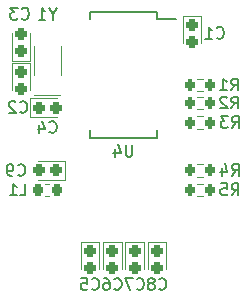
<source format=gbo>
G04 #@! TF.GenerationSoftware,KiCad,Pcbnew,7.0.7*
G04 #@! TF.CreationDate,2023-10-04T16:56:07-06:00*
G04 #@! TF.ProjectId,GigE_Module,47696745-5f4d-46f6-9475-6c652e6b6963,rev?*
G04 #@! TF.SameCoordinates,Original*
G04 #@! TF.FileFunction,Legend,Bot*
G04 #@! TF.FilePolarity,Positive*
%FSLAX46Y46*%
G04 Gerber Fmt 4.6, Leading zero omitted, Abs format (unit mm)*
G04 Created by KiCad (PCBNEW 7.0.7) date 2023-10-04 16:56:07*
%MOMM*%
%LPD*%
G01*
G04 APERTURE LIST*
G04 Aperture macros list*
%AMRoundRect*
0 Rectangle with rounded corners*
0 $1 Rounding radius*
0 $2 $3 $4 $5 $6 $7 $8 $9 X,Y pos of 4 corners*
0 Add a 4 corners polygon primitive as box body*
4,1,4,$2,$3,$4,$5,$6,$7,$8,$9,$2,$3,0*
0 Add four circle primitives for the rounded corners*
1,1,$1+$1,$2,$3*
1,1,$1+$1,$4,$5*
1,1,$1+$1,$6,$7*
1,1,$1+$1,$8,$9*
0 Add four rect primitives between the rounded corners*
20,1,$1+$1,$2,$3,$4,$5,0*
20,1,$1+$1,$4,$5,$6,$7,0*
20,1,$1+$1,$6,$7,$8,$9,0*
20,1,$1+$1,$8,$9,$2,$3,0*%
G04 Aperture macros list end*
%ADD10C,0.150000*%
%ADD11C,0.120000*%
%ADD12C,3.250000*%
%ADD13R,1.500000X1.500000*%
%ADD14C,1.500000*%
%ADD15C,2.300000*%
%ADD16R,1.350000X1.350000*%
%ADD17O,1.350000X1.350000*%
%ADD18RoundRect,0.200000X0.200000X0.275000X-0.200000X0.275000X-0.200000X-0.275000X0.200000X-0.275000X0*%
%ADD19R,1.750000X0.450000*%
%ADD20RoundRect,0.250000X-0.275000X0.287500X-0.275000X-0.287500X0.275000X-0.287500X0.275000X0.287500X0*%
%ADD21RoundRect,0.250000X0.275000X-0.287500X0.275000X0.287500X-0.275000X0.287500X-0.275000X-0.287500X0*%
%ADD22RoundRect,0.218750X-0.218750X-0.256250X0.218750X-0.256250X0.218750X0.256250X-0.218750X0.256250X0*%
%ADD23RoundRect,0.200000X-0.200000X-0.275000X0.200000X-0.275000X0.200000X0.275000X-0.200000X0.275000X0*%
%ADD24R,2.200000X1.300000*%
%ADD25RoundRect,0.250000X-0.287500X-0.275000X0.287500X-0.275000X0.287500X0.275000X-0.287500X0.275000X0*%
%ADD26RoundRect,0.250000X0.287500X0.275000X-0.287500X0.275000X-0.287500X-0.275000X0.287500X-0.275000X0*%
G04 APERTURE END LIST*
D10*
X153913666Y-91779819D02*
X154246999Y-91303628D01*
X154485094Y-91779819D02*
X154485094Y-90779819D01*
X154485094Y-90779819D02*
X154104142Y-90779819D01*
X154104142Y-90779819D02*
X154008904Y-90827438D01*
X154008904Y-90827438D02*
X153961285Y-90875057D01*
X153961285Y-90875057D02*
X153913666Y-90970295D01*
X153913666Y-90970295D02*
X153913666Y-91113152D01*
X153913666Y-91113152D02*
X153961285Y-91208390D01*
X153961285Y-91208390D02*
X154008904Y-91256009D01*
X154008904Y-91256009D02*
X154104142Y-91303628D01*
X154104142Y-91303628D02*
X154485094Y-91303628D01*
X153532713Y-90875057D02*
X153485094Y-90827438D01*
X153485094Y-90827438D02*
X153389856Y-90779819D01*
X153389856Y-90779819D02*
X153151761Y-90779819D01*
X153151761Y-90779819D02*
X153056523Y-90827438D01*
X153056523Y-90827438D02*
X153008904Y-90875057D01*
X153008904Y-90875057D02*
X152961285Y-90970295D01*
X152961285Y-90970295D02*
X152961285Y-91065533D01*
X152961285Y-91065533D02*
X153008904Y-91208390D01*
X153008904Y-91208390D02*
X153580332Y-91779819D01*
X153580332Y-91779819D02*
X152961285Y-91779819D01*
X145531904Y-94854819D02*
X145531904Y-95664342D01*
X145531904Y-95664342D02*
X145484285Y-95759580D01*
X145484285Y-95759580D02*
X145436666Y-95807200D01*
X145436666Y-95807200D02*
X145341428Y-95854819D01*
X145341428Y-95854819D02*
X145150952Y-95854819D01*
X145150952Y-95854819D02*
X145055714Y-95807200D01*
X145055714Y-95807200D02*
X145008095Y-95759580D01*
X145008095Y-95759580D02*
X144960476Y-95664342D01*
X144960476Y-95664342D02*
X144960476Y-94854819D01*
X144055714Y-95188152D02*
X144055714Y-95854819D01*
X144293809Y-94807200D02*
X144531904Y-95521485D01*
X144531904Y-95521485D02*
X143912857Y-95521485D01*
X145886666Y-107054580D02*
X145934285Y-107102200D01*
X145934285Y-107102200D02*
X146077142Y-107149819D01*
X146077142Y-107149819D02*
X146172380Y-107149819D01*
X146172380Y-107149819D02*
X146315237Y-107102200D01*
X146315237Y-107102200D02*
X146410475Y-107006961D01*
X146410475Y-107006961D02*
X146458094Y-106911723D01*
X146458094Y-106911723D02*
X146505713Y-106721247D01*
X146505713Y-106721247D02*
X146505713Y-106578390D01*
X146505713Y-106578390D02*
X146458094Y-106387914D01*
X146458094Y-106387914D02*
X146410475Y-106292676D01*
X146410475Y-106292676D02*
X146315237Y-106197438D01*
X146315237Y-106197438D02*
X146172380Y-106149819D01*
X146172380Y-106149819D02*
X146077142Y-106149819D01*
X146077142Y-106149819D02*
X145934285Y-106197438D01*
X145934285Y-106197438D02*
X145886666Y-106245057D01*
X145553332Y-106149819D02*
X144886666Y-106149819D01*
X144886666Y-106149819D02*
X145315237Y-107149819D01*
X143986666Y-107059580D02*
X144034285Y-107107200D01*
X144034285Y-107107200D02*
X144177142Y-107154819D01*
X144177142Y-107154819D02*
X144272380Y-107154819D01*
X144272380Y-107154819D02*
X144415237Y-107107200D01*
X144415237Y-107107200D02*
X144510475Y-107011961D01*
X144510475Y-107011961D02*
X144558094Y-106916723D01*
X144558094Y-106916723D02*
X144605713Y-106726247D01*
X144605713Y-106726247D02*
X144605713Y-106583390D01*
X144605713Y-106583390D02*
X144558094Y-106392914D01*
X144558094Y-106392914D02*
X144510475Y-106297676D01*
X144510475Y-106297676D02*
X144415237Y-106202438D01*
X144415237Y-106202438D02*
X144272380Y-106154819D01*
X144272380Y-106154819D02*
X144177142Y-106154819D01*
X144177142Y-106154819D02*
X144034285Y-106202438D01*
X144034285Y-106202438D02*
X143986666Y-106250057D01*
X143129523Y-106154819D02*
X143319999Y-106154819D01*
X143319999Y-106154819D02*
X143415237Y-106202438D01*
X143415237Y-106202438D02*
X143462856Y-106250057D01*
X143462856Y-106250057D02*
X143558094Y-106392914D01*
X143558094Y-106392914D02*
X143605713Y-106583390D01*
X143605713Y-106583390D02*
X143605713Y-106964342D01*
X143605713Y-106964342D02*
X143558094Y-107059580D01*
X143558094Y-107059580D02*
X143510475Y-107107200D01*
X143510475Y-107107200D02*
X143415237Y-107154819D01*
X143415237Y-107154819D02*
X143224761Y-107154819D01*
X143224761Y-107154819D02*
X143129523Y-107107200D01*
X143129523Y-107107200D02*
X143081904Y-107059580D01*
X143081904Y-107059580D02*
X143034285Y-106964342D01*
X143034285Y-106964342D02*
X143034285Y-106726247D01*
X143034285Y-106726247D02*
X143081904Y-106631009D01*
X143081904Y-106631009D02*
X143129523Y-106583390D01*
X143129523Y-106583390D02*
X143224761Y-106535771D01*
X143224761Y-106535771D02*
X143415237Y-106535771D01*
X143415237Y-106535771D02*
X143510475Y-106583390D01*
X143510475Y-106583390D02*
X143558094Y-106631009D01*
X143558094Y-106631009D02*
X143605713Y-106726247D01*
X153936666Y-99134819D02*
X154269999Y-98658628D01*
X154508094Y-99134819D02*
X154508094Y-98134819D01*
X154508094Y-98134819D02*
X154127142Y-98134819D01*
X154127142Y-98134819D02*
X154031904Y-98182438D01*
X154031904Y-98182438D02*
X153984285Y-98230057D01*
X153984285Y-98230057D02*
X153936666Y-98325295D01*
X153936666Y-98325295D02*
X153936666Y-98468152D01*
X153936666Y-98468152D02*
X153984285Y-98563390D01*
X153984285Y-98563390D02*
X154031904Y-98611009D01*
X154031904Y-98611009D02*
X154127142Y-98658628D01*
X154127142Y-98658628D02*
X154508094Y-98658628D01*
X153031904Y-98134819D02*
X153508094Y-98134819D01*
X153508094Y-98134819D02*
X153555713Y-98611009D01*
X153555713Y-98611009D02*
X153508094Y-98563390D01*
X153508094Y-98563390D02*
X153412856Y-98515771D01*
X153412856Y-98515771D02*
X153174761Y-98515771D01*
X153174761Y-98515771D02*
X153079523Y-98563390D01*
X153079523Y-98563390D02*
X153031904Y-98611009D01*
X153031904Y-98611009D02*
X152984285Y-98706247D01*
X152984285Y-98706247D02*
X152984285Y-98944342D01*
X152984285Y-98944342D02*
X153031904Y-99039580D01*
X153031904Y-99039580D02*
X153079523Y-99087200D01*
X153079523Y-99087200D02*
X153174761Y-99134819D01*
X153174761Y-99134819D02*
X153412856Y-99134819D01*
X153412856Y-99134819D02*
X153508094Y-99087200D01*
X153508094Y-99087200D02*
X153555713Y-99039580D01*
X136146666Y-84159580D02*
X136194285Y-84207200D01*
X136194285Y-84207200D02*
X136337142Y-84254819D01*
X136337142Y-84254819D02*
X136432380Y-84254819D01*
X136432380Y-84254819D02*
X136575237Y-84207200D01*
X136575237Y-84207200D02*
X136670475Y-84111961D01*
X136670475Y-84111961D02*
X136718094Y-84016723D01*
X136718094Y-84016723D02*
X136765713Y-83826247D01*
X136765713Y-83826247D02*
X136765713Y-83683390D01*
X136765713Y-83683390D02*
X136718094Y-83492914D01*
X136718094Y-83492914D02*
X136670475Y-83397676D01*
X136670475Y-83397676D02*
X136575237Y-83302438D01*
X136575237Y-83302438D02*
X136432380Y-83254819D01*
X136432380Y-83254819D02*
X136337142Y-83254819D01*
X136337142Y-83254819D02*
X136194285Y-83302438D01*
X136194285Y-83302438D02*
X136146666Y-83350057D01*
X135813332Y-83254819D02*
X135194285Y-83254819D01*
X135194285Y-83254819D02*
X135527618Y-83635771D01*
X135527618Y-83635771D02*
X135384761Y-83635771D01*
X135384761Y-83635771D02*
X135289523Y-83683390D01*
X135289523Y-83683390D02*
X135241904Y-83731009D01*
X135241904Y-83731009D02*
X135194285Y-83826247D01*
X135194285Y-83826247D02*
X135194285Y-84064342D01*
X135194285Y-84064342D02*
X135241904Y-84159580D01*
X135241904Y-84159580D02*
X135289523Y-84207200D01*
X135289523Y-84207200D02*
X135384761Y-84254819D01*
X135384761Y-84254819D02*
X135670475Y-84254819D01*
X135670475Y-84254819D02*
X135765713Y-84207200D01*
X135765713Y-84207200D02*
X135813332Y-84159580D01*
X135999166Y-99137819D02*
X136475356Y-99137819D01*
X136475356Y-99137819D02*
X136475356Y-98137819D01*
X135142023Y-99137819D02*
X135713451Y-99137819D01*
X135427737Y-99137819D02*
X135427737Y-98137819D01*
X135427737Y-98137819D02*
X135522975Y-98280676D01*
X135522975Y-98280676D02*
X135618213Y-98375914D01*
X135618213Y-98375914D02*
X135713451Y-98423533D01*
X147786666Y-107059580D02*
X147834285Y-107107200D01*
X147834285Y-107107200D02*
X147977142Y-107154819D01*
X147977142Y-107154819D02*
X148072380Y-107154819D01*
X148072380Y-107154819D02*
X148215237Y-107107200D01*
X148215237Y-107107200D02*
X148310475Y-107011961D01*
X148310475Y-107011961D02*
X148358094Y-106916723D01*
X148358094Y-106916723D02*
X148405713Y-106726247D01*
X148405713Y-106726247D02*
X148405713Y-106583390D01*
X148405713Y-106583390D02*
X148358094Y-106392914D01*
X148358094Y-106392914D02*
X148310475Y-106297676D01*
X148310475Y-106297676D02*
X148215237Y-106202438D01*
X148215237Y-106202438D02*
X148072380Y-106154819D01*
X148072380Y-106154819D02*
X147977142Y-106154819D01*
X147977142Y-106154819D02*
X147834285Y-106202438D01*
X147834285Y-106202438D02*
X147786666Y-106250057D01*
X147215237Y-106583390D02*
X147310475Y-106535771D01*
X147310475Y-106535771D02*
X147358094Y-106488152D01*
X147358094Y-106488152D02*
X147405713Y-106392914D01*
X147405713Y-106392914D02*
X147405713Y-106345295D01*
X147405713Y-106345295D02*
X147358094Y-106250057D01*
X147358094Y-106250057D02*
X147310475Y-106202438D01*
X147310475Y-106202438D02*
X147215237Y-106154819D01*
X147215237Y-106154819D02*
X147024761Y-106154819D01*
X147024761Y-106154819D02*
X146929523Y-106202438D01*
X146929523Y-106202438D02*
X146881904Y-106250057D01*
X146881904Y-106250057D02*
X146834285Y-106345295D01*
X146834285Y-106345295D02*
X146834285Y-106392914D01*
X146834285Y-106392914D02*
X146881904Y-106488152D01*
X146881904Y-106488152D02*
X146929523Y-106535771D01*
X146929523Y-106535771D02*
X147024761Y-106583390D01*
X147024761Y-106583390D02*
X147215237Y-106583390D01*
X147215237Y-106583390D02*
X147310475Y-106631009D01*
X147310475Y-106631009D02*
X147358094Y-106678628D01*
X147358094Y-106678628D02*
X147405713Y-106773866D01*
X147405713Y-106773866D02*
X147405713Y-106964342D01*
X147405713Y-106964342D02*
X147358094Y-107059580D01*
X147358094Y-107059580D02*
X147310475Y-107107200D01*
X147310475Y-107107200D02*
X147215237Y-107154819D01*
X147215237Y-107154819D02*
X147024761Y-107154819D01*
X147024761Y-107154819D02*
X146929523Y-107107200D01*
X146929523Y-107107200D02*
X146881904Y-107059580D01*
X146881904Y-107059580D02*
X146834285Y-106964342D01*
X146834285Y-106964342D02*
X146834285Y-106773866D01*
X146834285Y-106773866D02*
X146881904Y-106678628D01*
X146881904Y-106678628D02*
X146929523Y-106631009D01*
X146929523Y-106631009D02*
X147024761Y-106583390D01*
X153956666Y-97480819D02*
X154289999Y-97004628D01*
X154528094Y-97480819D02*
X154528094Y-96480819D01*
X154528094Y-96480819D02*
X154147142Y-96480819D01*
X154147142Y-96480819D02*
X154051904Y-96528438D01*
X154051904Y-96528438D02*
X154004285Y-96576057D01*
X154004285Y-96576057D02*
X153956666Y-96671295D01*
X153956666Y-96671295D02*
X153956666Y-96814152D01*
X153956666Y-96814152D02*
X154004285Y-96909390D01*
X154004285Y-96909390D02*
X154051904Y-96957009D01*
X154051904Y-96957009D02*
X154147142Y-97004628D01*
X154147142Y-97004628D02*
X154528094Y-97004628D01*
X153099523Y-96814152D02*
X153099523Y-97480819D01*
X153337618Y-96433200D02*
X153575713Y-97147485D01*
X153575713Y-97147485D02*
X152956666Y-97147485D01*
X136006666Y-92069580D02*
X136054285Y-92117200D01*
X136054285Y-92117200D02*
X136197142Y-92164819D01*
X136197142Y-92164819D02*
X136292380Y-92164819D01*
X136292380Y-92164819D02*
X136435237Y-92117200D01*
X136435237Y-92117200D02*
X136530475Y-92021961D01*
X136530475Y-92021961D02*
X136578094Y-91926723D01*
X136578094Y-91926723D02*
X136625713Y-91736247D01*
X136625713Y-91736247D02*
X136625713Y-91593390D01*
X136625713Y-91593390D02*
X136578094Y-91402914D01*
X136578094Y-91402914D02*
X136530475Y-91307676D01*
X136530475Y-91307676D02*
X136435237Y-91212438D01*
X136435237Y-91212438D02*
X136292380Y-91164819D01*
X136292380Y-91164819D02*
X136197142Y-91164819D01*
X136197142Y-91164819D02*
X136054285Y-91212438D01*
X136054285Y-91212438D02*
X136006666Y-91260057D01*
X135625713Y-91260057D02*
X135578094Y-91212438D01*
X135578094Y-91212438D02*
X135482856Y-91164819D01*
X135482856Y-91164819D02*
X135244761Y-91164819D01*
X135244761Y-91164819D02*
X135149523Y-91212438D01*
X135149523Y-91212438D02*
X135101904Y-91260057D01*
X135101904Y-91260057D02*
X135054285Y-91355295D01*
X135054285Y-91355295D02*
X135054285Y-91450533D01*
X135054285Y-91450533D02*
X135101904Y-91593390D01*
X135101904Y-91593390D02*
X135673332Y-92164819D01*
X135673332Y-92164819D02*
X135054285Y-92164819D01*
X153888666Y-90254819D02*
X154221999Y-89778628D01*
X154460094Y-90254819D02*
X154460094Y-89254819D01*
X154460094Y-89254819D02*
X154079142Y-89254819D01*
X154079142Y-89254819D02*
X153983904Y-89302438D01*
X153983904Y-89302438D02*
X153936285Y-89350057D01*
X153936285Y-89350057D02*
X153888666Y-89445295D01*
X153888666Y-89445295D02*
X153888666Y-89588152D01*
X153888666Y-89588152D02*
X153936285Y-89683390D01*
X153936285Y-89683390D02*
X153983904Y-89731009D01*
X153983904Y-89731009D02*
X154079142Y-89778628D01*
X154079142Y-89778628D02*
X154460094Y-89778628D01*
X152936285Y-90254819D02*
X153507713Y-90254819D01*
X153221999Y-90254819D02*
X153221999Y-89254819D01*
X153221999Y-89254819D02*
X153317237Y-89397676D01*
X153317237Y-89397676D02*
X153412475Y-89492914D01*
X153412475Y-89492914D02*
X153507713Y-89540533D01*
X138786190Y-83778628D02*
X138786190Y-84254819D01*
X139119523Y-83254819D02*
X138786190Y-83778628D01*
X138786190Y-83778628D02*
X138452857Y-83254819D01*
X137595714Y-84254819D02*
X138167142Y-84254819D01*
X137881428Y-84254819D02*
X137881428Y-83254819D01*
X137881428Y-83254819D02*
X137976666Y-83397676D01*
X137976666Y-83397676D02*
X138071904Y-83492914D01*
X138071904Y-83492914D02*
X138167142Y-83540533D01*
X138496666Y-93759580D02*
X138544285Y-93807200D01*
X138544285Y-93807200D02*
X138687142Y-93854819D01*
X138687142Y-93854819D02*
X138782380Y-93854819D01*
X138782380Y-93854819D02*
X138925237Y-93807200D01*
X138925237Y-93807200D02*
X139020475Y-93711961D01*
X139020475Y-93711961D02*
X139068094Y-93616723D01*
X139068094Y-93616723D02*
X139115713Y-93426247D01*
X139115713Y-93426247D02*
X139115713Y-93283390D01*
X139115713Y-93283390D02*
X139068094Y-93092914D01*
X139068094Y-93092914D02*
X139020475Y-92997676D01*
X139020475Y-92997676D02*
X138925237Y-92902438D01*
X138925237Y-92902438D02*
X138782380Y-92854819D01*
X138782380Y-92854819D02*
X138687142Y-92854819D01*
X138687142Y-92854819D02*
X138544285Y-92902438D01*
X138544285Y-92902438D02*
X138496666Y-92950057D01*
X137639523Y-93188152D02*
X137639523Y-93854819D01*
X137877618Y-92807200D02*
X138115713Y-93521485D01*
X138115713Y-93521485D02*
X137496666Y-93521485D01*
X142086666Y-107059580D02*
X142134285Y-107107200D01*
X142134285Y-107107200D02*
X142277142Y-107154819D01*
X142277142Y-107154819D02*
X142372380Y-107154819D01*
X142372380Y-107154819D02*
X142515237Y-107107200D01*
X142515237Y-107107200D02*
X142610475Y-107011961D01*
X142610475Y-107011961D02*
X142658094Y-106916723D01*
X142658094Y-106916723D02*
X142705713Y-106726247D01*
X142705713Y-106726247D02*
X142705713Y-106583390D01*
X142705713Y-106583390D02*
X142658094Y-106392914D01*
X142658094Y-106392914D02*
X142610475Y-106297676D01*
X142610475Y-106297676D02*
X142515237Y-106202438D01*
X142515237Y-106202438D02*
X142372380Y-106154819D01*
X142372380Y-106154819D02*
X142277142Y-106154819D01*
X142277142Y-106154819D02*
X142134285Y-106202438D01*
X142134285Y-106202438D02*
X142086666Y-106250057D01*
X141181904Y-106154819D02*
X141658094Y-106154819D01*
X141658094Y-106154819D02*
X141705713Y-106631009D01*
X141705713Y-106631009D02*
X141658094Y-106583390D01*
X141658094Y-106583390D02*
X141562856Y-106535771D01*
X141562856Y-106535771D02*
X141324761Y-106535771D01*
X141324761Y-106535771D02*
X141229523Y-106583390D01*
X141229523Y-106583390D02*
X141181904Y-106631009D01*
X141181904Y-106631009D02*
X141134285Y-106726247D01*
X141134285Y-106726247D02*
X141134285Y-106964342D01*
X141134285Y-106964342D02*
X141181904Y-107059580D01*
X141181904Y-107059580D02*
X141229523Y-107107200D01*
X141229523Y-107107200D02*
X141324761Y-107154819D01*
X141324761Y-107154819D02*
X141562856Y-107154819D01*
X141562856Y-107154819D02*
X141658094Y-107107200D01*
X141658094Y-107107200D02*
X141705713Y-107059580D01*
X152648666Y-85779580D02*
X152696285Y-85827200D01*
X152696285Y-85827200D02*
X152839142Y-85874819D01*
X152839142Y-85874819D02*
X152934380Y-85874819D01*
X152934380Y-85874819D02*
X153077237Y-85827200D01*
X153077237Y-85827200D02*
X153172475Y-85731961D01*
X153172475Y-85731961D02*
X153220094Y-85636723D01*
X153220094Y-85636723D02*
X153267713Y-85446247D01*
X153267713Y-85446247D02*
X153267713Y-85303390D01*
X153267713Y-85303390D02*
X153220094Y-85112914D01*
X153220094Y-85112914D02*
X153172475Y-85017676D01*
X153172475Y-85017676D02*
X153077237Y-84922438D01*
X153077237Y-84922438D02*
X152934380Y-84874819D01*
X152934380Y-84874819D02*
X152839142Y-84874819D01*
X152839142Y-84874819D02*
X152696285Y-84922438D01*
X152696285Y-84922438D02*
X152648666Y-84970057D01*
X151696285Y-85874819D02*
X152267713Y-85874819D01*
X151981999Y-85874819D02*
X151981999Y-84874819D01*
X151981999Y-84874819D02*
X152077237Y-85017676D01*
X152077237Y-85017676D02*
X152172475Y-85112914D01*
X152172475Y-85112914D02*
X152267713Y-85160533D01*
X135839166Y-97389580D02*
X135886785Y-97437200D01*
X135886785Y-97437200D02*
X136029642Y-97484819D01*
X136029642Y-97484819D02*
X136124880Y-97484819D01*
X136124880Y-97484819D02*
X136267737Y-97437200D01*
X136267737Y-97437200D02*
X136362975Y-97341961D01*
X136362975Y-97341961D02*
X136410594Y-97246723D01*
X136410594Y-97246723D02*
X136458213Y-97056247D01*
X136458213Y-97056247D02*
X136458213Y-96913390D01*
X136458213Y-96913390D02*
X136410594Y-96722914D01*
X136410594Y-96722914D02*
X136362975Y-96627676D01*
X136362975Y-96627676D02*
X136267737Y-96532438D01*
X136267737Y-96532438D02*
X136124880Y-96484819D01*
X136124880Y-96484819D02*
X136029642Y-96484819D01*
X136029642Y-96484819D02*
X135886785Y-96532438D01*
X135886785Y-96532438D02*
X135839166Y-96580057D01*
X135362975Y-97484819D02*
X135172499Y-97484819D01*
X135172499Y-97484819D02*
X135077261Y-97437200D01*
X135077261Y-97437200D02*
X135029642Y-97389580D01*
X135029642Y-97389580D02*
X134934404Y-97246723D01*
X134934404Y-97246723D02*
X134886785Y-97056247D01*
X134886785Y-97056247D02*
X134886785Y-96675295D01*
X134886785Y-96675295D02*
X134934404Y-96580057D01*
X134934404Y-96580057D02*
X134982023Y-96532438D01*
X134982023Y-96532438D02*
X135077261Y-96484819D01*
X135077261Y-96484819D02*
X135267737Y-96484819D01*
X135267737Y-96484819D02*
X135362975Y-96532438D01*
X135362975Y-96532438D02*
X135410594Y-96580057D01*
X135410594Y-96580057D02*
X135458213Y-96675295D01*
X135458213Y-96675295D02*
X135458213Y-96913390D01*
X135458213Y-96913390D02*
X135410594Y-97008628D01*
X135410594Y-97008628D02*
X135362975Y-97056247D01*
X135362975Y-97056247D02*
X135267737Y-97103866D01*
X135267737Y-97103866D02*
X135077261Y-97103866D01*
X135077261Y-97103866D02*
X134982023Y-97056247D01*
X134982023Y-97056247D02*
X134934404Y-97008628D01*
X134934404Y-97008628D02*
X134886785Y-96913390D01*
X153938666Y-93429819D02*
X154271999Y-92953628D01*
X154510094Y-93429819D02*
X154510094Y-92429819D01*
X154510094Y-92429819D02*
X154129142Y-92429819D01*
X154129142Y-92429819D02*
X154033904Y-92477438D01*
X154033904Y-92477438D02*
X153986285Y-92525057D01*
X153986285Y-92525057D02*
X153938666Y-92620295D01*
X153938666Y-92620295D02*
X153938666Y-92763152D01*
X153938666Y-92763152D02*
X153986285Y-92858390D01*
X153986285Y-92858390D02*
X154033904Y-92906009D01*
X154033904Y-92906009D02*
X154129142Y-92953628D01*
X154129142Y-92953628D02*
X154510094Y-92953628D01*
X153605332Y-92429819D02*
X152986285Y-92429819D01*
X152986285Y-92429819D02*
X153319618Y-92810771D01*
X153319618Y-92810771D02*
X153176761Y-92810771D01*
X153176761Y-92810771D02*
X153081523Y-92858390D01*
X153081523Y-92858390D02*
X153033904Y-92906009D01*
X153033904Y-92906009D02*
X152986285Y-93001247D01*
X152986285Y-93001247D02*
X152986285Y-93239342D01*
X152986285Y-93239342D02*
X153033904Y-93334580D01*
X153033904Y-93334580D02*
X153081523Y-93382200D01*
X153081523Y-93382200D02*
X153176761Y-93429819D01*
X153176761Y-93429819D02*
X153462475Y-93429819D01*
X153462475Y-93429819D02*
X153557713Y-93382200D01*
X153557713Y-93382200D02*
X153605332Y-93334580D01*
D11*
X151484258Y-91847500D02*
X151009742Y-91847500D01*
X151484258Y-90802500D02*
X151009742Y-90802500D01*
D10*
X147647000Y-94250000D02*
X147647000Y-93600000D01*
X147647000Y-94250000D02*
X141897000Y-94250000D01*
X147647000Y-84175000D02*
X149247000Y-84175000D01*
X147647000Y-83600000D02*
X147647000Y-84175000D01*
X147647000Y-83600000D02*
X141897000Y-83600000D01*
X141897000Y-94250000D02*
X141897000Y-93600000D01*
X141897000Y-83600000D02*
X141897000Y-84250000D01*
D11*
X146505000Y-103050000D02*
X146505000Y-105360000D01*
X144935000Y-103050000D02*
X146505000Y-103050000D01*
X144935000Y-105360000D02*
X144935000Y-103050000D01*
X144605000Y-103050000D02*
X144605000Y-105360000D01*
X143035000Y-103050000D02*
X144605000Y-103050000D01*
X143035000Y-105360000D02*
X143035000Y-103050000D01*
X151477258Y-99202500D02*
X151002742Y-99202500D01*
X151477258Y-98157500D02*
X151002742Y-98157500D01*
X135295000Y-87737500D02*
X135295000Y-85427500D01*
X136865000Y-87737500D02*
X135295000Y-87737500D01*
X136865000Y-85427500D02*
X136865000Y-87737500D01*
X138159721Y-98174000D02*
X138485279Y-98174000D01*
X138159721Y-99194000D02*
X138485279Y-99194000D01*
X148405000Y-103050000D02*
X148405000Y-105360000D01*
X146835000Y-103050000D02*
X148405000Y-103050000D01*
X146835000Y-105360000D02*
X146835000Y-103050000D01*
X151012742Y-96507500D02*
X151487258Y-96507500D01*
X151012742Y-97552500D02*
X151487258Y-97552500D01*
X136865000Y-87912500D02*
X136865000Y-90222500D01*
X135295000Y-87912500D02*
X136865000Y-87912500D01*
X135295000Y-90222500D02*
X135295000Y-87912500D01*
X151484258Y-90322500D02*
X151009742Y-90322500D01*
X151484258Y-89277500D02*
X151009742Y-89277500D01*
X139412000Y-90675000D02*
X137212000Y-90675000D01*
X137162000Y-88975000D02*
X137162000Y-86475000D01*
X139462000Y-88975000D02*
X139462000Y-86475000D01*
X136824500Y-90925000D02*
X139134500Y-90925000D01*
X136824500Y-92495000D02*
X136824500Y-90925000D01*
X139134500Y-92495000D02*
X136824500Y-92495000D01*
X142705000Y-103050000D02*
X142705000Y-105360000D01*
X141135000Y-103050000D02*
X142705000Y-103050000D01*
X141135000Y-105360000D02*
X141135000Y-103050000D01*
X151357000Y-83915000D02*
X151357000Y-86225000D01*
X149787000Y-83915000D02*
X151357000Y-83915000D01*
X149787000Y-86225000D02*
X149787000Y-83915000D01*
X139855000Y-97815000D02*
X137545000Y-97815000D01*
X139855000Y-96245000D02*
X139855000Y-97815000D01*
X137545000Y-96245000D02*
X139855000Y-96245000D01*
X151009742Y-92452500D02*
X151484258Y-92452500D01*
X151009742Y-93497500D02*
X151484258Y-93497500D01*
%LPC*%
D12*
X151060000Y-104350000D03*
X138360000Y-104350000D03*
D13*
X148270000Y-101810000D03*
D14*
X147254000Y-100030000D03*
X146238000Y-101810000D03*
X145222000Y-100030000D03*
X144206000Y-101810000D03*
X143190000Y-100030000D03*
X142174000Y-101810000D03*
X141158000Y-100030000D03*
X151570000Y-95210000D03*
X149280000Y-95210000D03*
X140140000Y-95210000D03*
X137850000Y-95210000D03*
D15*
X152840000Y-100920000D03*
X136580000Y-100920000D03*
D16*
X155772000Y-86025000D03*
D17*
X155772000Y-88025000D03*
X155772000Y-90025000D03*
X155772000Y-92025000D03*
X155772000Y-94025000D03*
X155772000Y-96025000D03*
X155772000Y-98025000D03*
X155772000Y-100025000D03*
X155772000Y-102025000D03*
X155772000Y-104025000D03*
D16*
X133772000Y-86025000D03*
D17*
X133772000Y-88025000D03*
X133772000Y-90025000D03*
X133772000Y-92025000D03*
X133772000Y-94025000D03*
X133772000Y-96025000D03*
X133772000Y-98025000D03*
X133772000Y-100025000D03*
X133772000Y-102025000D03*
X133772000Y-104025000D03*
D18*
X152072000Y-91325000D03*
X150422000Y-91325000D03*
D19*
X148372000Y-84700000D03*
X148372000Y-85350000D03*
X148372000Y-86000000D03*
X148372000Y-86650000D03*
X148372000Y-87300000D03*
X148372000Y-87950000D03*
X148372000Y-88600000D03*
X148372000Y-89250000D03*
X148372000Y-89900000D03*
X148372000Y-90550000D03*
X148372000Y-91200000D03*
X148372000Y-91850000D03*
X148372000Y-92500000D03*
X148372000Y-93150000D03*
X141172000Y-93150000D03*
X141172000Y-92500000D03*
X141172000Y-91850000D03*
X141172000Y-91200000D03*
X141172000Y-90550000D03*
X141172000Y-89900000D03*
X141172000Y-89250000D03*
X141172000Y-88600000D03*
X141172000Y-87950000D03*
X141172000Y-87300000D03*
X141172000Y-86650000D03*
X141172000Y-86000000D03*
X141172000Y-85350000D03*
X141172000Y-84700000D03*
D20*
X145720000Y-103847500D03*
X145720000Y-105272500D03*
X143820000Y-103847500D03*
X143820000Y-105272500D03*
D18*
X152065000Y-98680000D03*
X150415000Y-98680000D03*
D21*
X136080000Y-86940000D03*
X136080000Y-85515000D03*
D22*
X137535000Y-98684000D03*
X139110000Y-98684000D03*
D20*
X147620000Y-103847500D03*
X147620000Y-105272500D03*
D23*
X150425000Y-97030000D03*
X152075000Y-97030000D03*
D20*
X136080000Y-88710000D03*
X136080000Y-90135000D03*
D18*
X152072000Y-89800000D03*
X150422000Y-89800000D03*
D24*
X138312000Y-89825000D03*
X138312000Y-85625000D03*
D25*
X137622000Y-91710000D03*
X139047000Y-91710000D03*
D20*
X141920000Y-103847500D03*
X141920000Y-105272500D03*
X150572000Y-84712500D03*
X150572000Y-86137500D03*
D26*
X139057500Y-97030000D03*
X137632500Y-97030000D03*
D23*
X150422000Y-92975000D03*
X152072000Y-92975000D03*
%LPD*%
M02*

</source>
